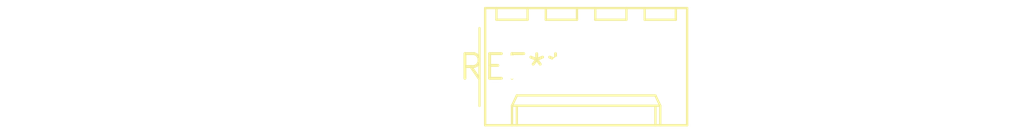
<source format=kicad_pcb>
(kicad_pcb (version 20240108) (generator pcbnew)
  (layers (0 "F.Cu" signal) (31 "B.Cu" signal) (34 "B.Paste" user) (35 "F.Paste" user) (36 "B.SilkS" user "B.Silkscreen") (37 "F.SilkS" user "F.Silkscreen") (38 "B.Mask" user) (39 "F.Mask" user) (44 "Edge.Cuts" user))
  (net 0 "")
  (footprint "Molex_KK-254_AE-6410-04A_1x04_P2.54mm_Vertical" (layer "F.Cu") (at 0 0)
    (property "Reference" "REF**")
    (property "Value" "Molex_KK-254_AE-6410-04A_1x04_P2.54mm_Vertical")
    (fp_line (start -1.67 -2) (end -1.67 2) (layer "F.SilkS") (stroke (width 0.12)))
    (fp_line (start -1.38 -3.03) (end -1.38 2.99) (layer "F.SilkS") (stroke (width 0.12)))
    (fp_line (start -1.38 2.99) (end 9 2.99) (layer "F.SilkS") (stroke (width 0.12)))
    (fp_line (start -0.8 -3.03) (end -0.8 -2.43) (layer "F.SilkS") (stroke (width 0.12)))
    (fp_line (start -0.8 -2.43) (end 0.8 -2.43) (layer "F.SilkS") (stroke (width 0.12)))
    (fp_line (start 0 1.99) (end 0.25 1.46) (layer "F.SilkS") (stroke (width 0.12)))
    (fp_line (start 0 1.99) (end 7.62 1.99) (layer "F.SilkS") (stroke (width 0.12)))
    (fp_line (start 0 2.99) (end 0 1.99) (layer "F.SilkS") (stroke (width 0.12)))
    (fp_line (start 0.25 1.46) (end 7.37 1.46) (layer "F.SilkS") (stroke (width 0.12)))
    (fp_line (start 0.25 2.99) (end 0.25 1.99) (layer "F.SilkS") (stroke (width 0.12)))
    (fp_line (start 0.8 -2.43) (end 0.8 -3.03) (layer "F.SilkS") (stroke (width 0.12)))
    (fp_line (start 1.74 -3.03) (end 1.74 -2.43) (layer "F.SilkS") (stroke (width 0.12)))
    (fp_line (start 1.74 -2.43) (end 3.34 -2.43) (layer "F.SilkS") (stroke (width 0.12)))
    (fp_line (start 3.34 -2.43) (end 3.34 -3.03) (layer "F.SilkS") (stroke (width 0.12)))
    (fp_line (start 4.28 -3.03) (end 4.28 -2.43) (layer "F.SilkS") (stroke (width 0.12)))
    (fp_line (start 4.28 -2.43) (end 5.88 -2.43) (layer "F.SilkS") (stroke (width 0.12)))
    (fp_line (start 5.88 -2.43) (end 5.88 -3.03) (layer "F.SilkS") (stroke (width 0.12)))
    (fp_line (start 6.82 -3.03) (end 6.82 -2.43) (layer "F.SilkS") (stroke (width 0.12)))
    (fp_line (start 6.82 -2.43) (end 8.42 -2.43) (layer "F.SilkS") (stroke (width 0.12)))
    (fp_line (start 7.37 1.46) (end 7.62 1.99) (layer "F.SilkS") (stroke (width 0.12)))
    (fp_line (start 7.37 2.99) (end 7.37 1.99) (layer "F.SilkS") (stroke (width 0.12)))
    (fp_line (start 7.62 1.99) (end 7.62 2.99) (layer "F.SilkS") (stroke (width 0.12)))
    (fp_line (start 8.42 -2.43) (end 8.42 -3.03) (layer "F.SilkS") (stroke (width 0.12)))
    (fp_line (start 9 -3.03) (end -1.38 -3.03) (layer "F.SilkS") (stroke (width 0.12)))
    (fp_line (start 9 2.99) (end 9 -3.03) (layer "F.SilkS") (stroke (width 0.12)))
    (pad "1" thru_hole roundrect (at 0 0) (size 1.74 2.19) (drill 1.19) (layers *.Cu *.Mask) (remove_unused_layers) (roundrect_rratio 0.143678))
    (pad "2" thru_hole oval (at 2.54 0) (size 1.74 2.19) (drill 1.19) (layers *.Cu *.Mask) (remove_unused_layers))
    (pad "3" thru_hole oval (at 5.08 0) (size 1.74 2.19) (drill 1.19) (layers *.Cu *.Mask) (remove_unused_layers))
    (pad "4" thru_hole oval (at 7.62 0) (size 1.74 2.19) (drill 1.19) (layers *.Cu *.Mask) (remove_unused_layers))
  )
)
</source>
